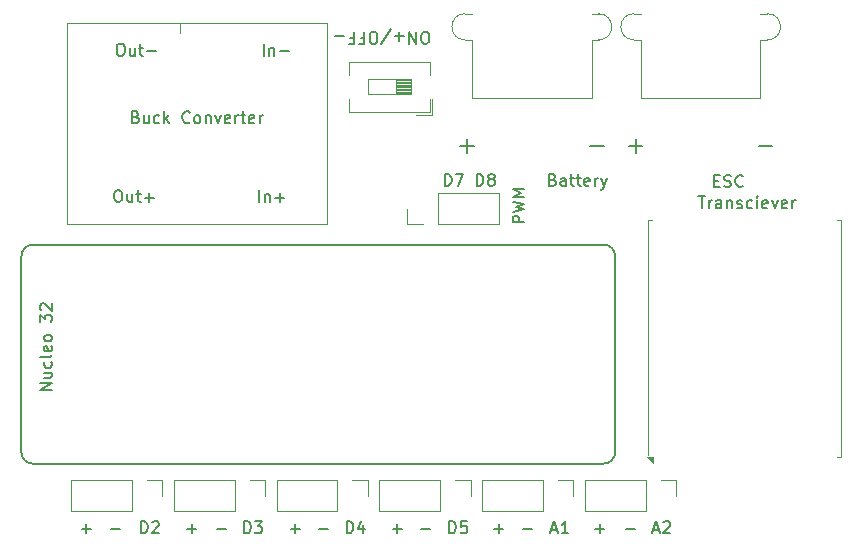
<source format=gbr>
%TF.GenerationSoftware,KiCad,Pcbnew,8.0.1*%
%TF.CreationDate,2024-07-01T13:59:26-05:00*%
%TF.ProjectId,power distribution,706f7765-7220-4646-9973-747269627574,rev?*%
%TF.SameCoordinates,Original*%
%TF.FileFunction,Legend,Top*%
%TF.FilePolarity,Positive*%
%FSLAX46Y46*%
G04 Gerber Fmt 4.6, Leading zero omitted, Abs format (unit mm)*
G04 Created by KiCad (PCBNEW 8.0.1) date 2024-07-01 13:59:26*
%MOMM*%
%LPD*%
G01*
G04 APERTURE LIST*
%ADD10C,0.150000*%
%ADD11C,0.100000*%
%ADD12C,0.120000*%
%ADD13C,0.127000*%
G04 APERTURE END LIST*
D10*
X125036779Y-109369819D02*
X125036779Y-108369819D01*
X125036779Y-108369819D02*
X125274874Y-108369819D01*
X125274874Y-108369819D02*
X125417731Y-108417438D01*
X125417731Y-108417438D02*
X125512969Y-108512676D01*
X125512969Y-108512676D02*
X125560588Y-108607914D01*
X125560588Y-108607914D02*
X125608207Y-108798390D01*
X125608207Y-108798390D02*
X125608207Y-108941247D01*
X125608207Y-108941247D02*
X125560588Y-109131723D01*
X125560588Y-109131723D02*
X125512969Y-109226961D01*
X125512969Y-109226961D02*
X125417731Y-109322200D01*
X125417731Y-109322200D02*
X125274874Y-109369819D01*
X125274874Y-109369819D02*
X125036779Y-109369819D01*
X125941541Y-108369819D02*
X126560588Y-108369819D01*
X126560588Y-108369819D02*
X126227255Y-108750771D01*
X126227255Y-108750771D02*
X126370112Y-108750771D01*
X126370112Y-108750771D02*
X126465350Y-108798390D01*
X126465350Y-108798390D02*
X126512969Y-108846009D01*
X126512969Y-108846009D02*
X126560588Y-108941247D01*
X126560588Y-108941247D02*
X126560588Y-109179342D01*
X126560588Y-109179342D02*
X126512969Y-109274580D01*
X126512969Y-109274580D02*
X126465350Y-109322200D01*
X126465350Y-109322200D02*
X126370112Y-109369819D01*
X126370112Y-109369819D02*
X126084398Y-109369819D01*
X126084398Y-109369819D02*
X125989160Y-109322200D01*
X125989160Y-109322200D02*
X125941541Y-109274580D01*
X140036779Y-108988866D02*
X140798684Y-108988866D01*
X154786779Y-108988866D02*
X155548684Y-108988866D01*
X155167731Y-109369819D02*
X155167731Y-108607914D01*
X151064160Y-109084104D02*
X151540350Y-109084104D01*
X150968922Y-109369819D02*
X151302255Y-108369819D01*
X151302255Y-108369819D02*
X151635588Y-109369819D01*
X152492731Y-109369819D02*
X151921303Y-109369819D01*
X152207017Y-109369819D02*
X152207017Y-108369819D01*
X152207017Y-108369819D02*
X152111779Y-108512676D01*
X152111779Y-108512676D02*
X152016541Y-108607914D01*
X152016541Y-108607914D02*
X151921303Y-108655533D01*
X151170112Y-79446009D02*
X151312969Y-79493628D01*
X151312969Y-79493628D02*
X151360588Y-79541247D01*
X151360588Y-79541247D02*
X151408207Y-79636485D01*
X151408207Y-79636485D02*
X151408207Y-79779342D01*
X151408207Y-79779342D02*
X151360588Y-79874580D01*
X151360588Y-79874580D02*
X151312969Y-79922200D01*
X151312969Y-79922200D02*
X151217731Y-79969819D01*
X151217731Y-79969819D02*
X150836779Y-79969819D01*
X150836779Y-79969819D02*
X150836779Y-78969819D01*
X150836779Y-78969819D02*
X151170112Y-78969819D01*
X151170112Y-78969819D02*
X151265350Y-79017438D01*
X151265350Y-79017438D02*
X151312969Y-79065057D01*
X151312969Y-79065057D02*
X151360588Y-79160295D01*
X151360588Y-79160295D02*
X151360588Y-79255533D01*
X151360588Y-79255533D02*
X151312969Y-79350771D01*
X151312969Y-79350771D02*
X151265350Y-79398390D01*
X151265350Y-79398390D02*
X151170112Y-79446009D01*
X151170112Y-79446009D02*
X150836779Y-79446009D01*
X152265350Y-79969819D02*
X152265350Y-79446009D01*
X152265350Y-79446009D02*
X152217731Y-79350771D01*
X152217731Y-79350771D02*
X152122493Y-79303152D01*
X152122493Y-79303152D02*
X151932017Y-79303152D01*
X151932017Y-79303152D02*
X151836779Y-79350771D01*
X152265350Y-79922200D02*
X152170112Y-79969819D01*
X152170112Y-79969819D02*
X151932017Y-79969819D01*
X151932017Y-79969819D02*
X151836779Y-79922200D01*
X151836779Y-79922200D02*
X151789160Y-79826961D01*
X151789160Y-79826961D02*
X151789160Y-79731723D01*
X151789160Y-79731723D02*
X151836779Y-79636485D01*
X151836779Y-79636485D02*
X151932017Y-79588866D01*
X151932017Y-79588866D02*
X152170112Y-79588866D01*
X152170112Y-79588866D02*
X152265350Y-79541247D01*
X152598684Y-79303152D02*
X152979636Y-79303152D01*
X152741541Y-78969819D02*
X152741541Y-79826961D01*
X152741541Y-79826961D02*
X152789160Y-79922200D01*
X152789160Y-79922200D02*
X152884398Y-79969819D01*
X152884398Y-79969819D02*
X152979636Y-79969819D01*
X153170113Y-79303152D02*
X153551065Y-79303152D01*
X153312970Y-78969819D02*
X153312970Y-79826961D01*
X153312970Y-79826961D02*
X153360589Y-79922200D01*
X153360589Y-79922200D02*
X153455827Y-79969819D01*
X153455827Y-79969819D02*
X153551065Y-79969819D01*
X154265351Y-79922200D02*
X154170113Y-79969819D01*
X154170113Y-79969819D02*
X153979637Y-79969819D01*
X153979637Y-79969819D02*
X153884399Y-79922200D01*
X153884399Y-79922200D02*
X153836780Y-79826961D01*
X153836780Y-79826961D02*
X153836780Y-79446009D01*
X153836780Y-79446009D02*
X153884399Y-79350771D01*
X153884399Y-79350771D02*
X153979637Y-79303152D01*
X153979637Y-79303152D02*
X154170113Y-79303152D01*
X154170113Y-79303152D02*
X154265351Y-79350771D01*
X154265351Y-79350771D02*
X154312970Y-79446009D01*
X154312970Y-79446009D02*
X154312970Y-79541247D01*
X154312970Y-79541247D02*
X153836780Y-79636485D01*
X154741542Y-79969819D02*
X154741542Y-79303152D01*
X154741542Y-79493628D02*
X154789161Y-79398390D01*
X154789161Y-79398390D02*
X154836780Y-79350771D01*
X154836780Y-79350771D02*
X154932018Y-79303152D01*
X154932018Y-79303152D02*
X155027256Y-79303152D01*
X155265352Y-79303152D02*
X155503447Y-79969819D01*
X155741542Y-79303152D02*
X155503447Y-79969819D01*
X155503447Y-79969819D02*
X155408209Y-80207914D01*
X155408209Y-80207914D02*
X155360590Y-80255533D01*
X155360590Y-80255533D02*
X155265352Y-80303152D01*
X148769819Y-83063220D02*
X147769819Y-83063220D01*
X147769819Y-83063220D02*
X147769819Y-82682268D01*
X147769819Y-82682268D02*
X147817438Y-82587030D01*
X147817438Y-82587030D02*
X147865057Y-82539411D01*
X147865057Y-82539411D02*
X147960295Y-82491792D01*
X147960295Y-82491792D02*
X148103152Y-82491792D01*
X148103152Y-82491792D02*
X148198390Y-82539411D01*
X148198390Y-82539411D02*
X148246009Y-82587030D01*
X148246009Y-82587030D02*
X148293628Y-82682268D01*
X148293628Y-82682268D02*
X148293628Y-83063220D01*
X147769819Y-82158458D02*
X148769819Y-81920363D01*
X148769819Y-81920363D02*
X148055533Y-81729887D01*
X148055533Y-81729887D02*
X148769819Y-81539411D01*
X148769819Y-81539411D02*
X147769819Y-81301316D01*
X148769819Y-80920363D02*
X147769819Y-80920363D01*
X147769819Y-80920363D02*
X148484104Y-80587030D01*
X148484104Y-80587030D02*
X147769819Y-80253697D01*
X147769819Y-80253697D02*
X148769819Y-80253697D01*
X131386779Y-108988866D02*
X132148684Y-108988866D01*
X111311779Y-108988866D02*
X112073684Y-108988866D01*
X111692731Y-109369819D02*
X111692731Y-108607914D01*
X115870112Y-74146009D02*
X116012969Y-74193628D01*
X116012969Y-74193628D02*
X116060588Y-74241247D01*
X116060588Y-74241247D02*
X116108207Y-74336485D01*
X116108207Y-74336485D02*
X116108207Y-74479342D01*
X116108207Y-74479342D02*
X116060588Y-74574580D01*
X116060588Y-74574580D02*
X116012969Y-74622200D01*
X116012969Y-74622200D02*
X115917731Y-74669819D01*
X115917731Y-74669819D02*
X115536779Y-74669819D01*
X115536779Y-74669819D02*
X115536779Y-73669819D01*
X115536779Y-73669819D02*
X115870112Y-73669819D01*
X115870112Y-73669819D02*
X115965350Y-73717438D01*
X115965350Y-73717438D02*
X116012969Y-73765057D01*
X116012969Y-73765057D02*
X116060588Y-73860295D01*
X116060588Y-73860295D02*
X116060588Y-73955533D01*
X116060588Y-73955533D02*
X116012969Y-74050771D01*
X116012969Y-74050771D02*
X115965350Y-74098390D01*
X115965350Y-74098390D02*
X115870112Y-74146009D01*
X115870112Y-74146009D02*
X115536779Y-74146009D01*
X116965350Y-74003152D02*
X116965350Y-74669819D01*
X116536779Y-74003152D02*
X116536779Y-74526961D01*
X116536779Y-74526961D02*
X116584398Y-74622200D01*
X116584398Y-74622200D02*
X116679636Y-74669819D01*
X116679636Y-74669819D02*
X116822493Y-74669819D01*
X116822493Y-74669819D02*
X116917731Y-74622200D01*
X116917731Y-74622200D02*
X116965350Y-74574580D01*
X117870112Y-74622200D02*
X117774874Y-74669819D01*
X117774874Y-74669819D02*
X117584398Y-74669819D01*
X117584398Y-74669819D02*
X117489160Y-74622200D01*
X117489160Y-74622200D02*
X117441541Y-74574580D01*
X117441541Y-74574580D02*
X117393922Y-74479342D01*
X117393922Y-74479342D02*
X117393922Y-74193628D01*
X117393922Y-74193628D02*
X117441541Y-74098390D01*
X117441541Y-74098390D02*
X117489160Y-74050771D01*
X117489160Y-74050771D02*
X117584398Y-74003152D01*
X117584398Y-74003152D02*
X117774874Y-74003152D01*
X117774874Y-74003152D02*
X117870112Y-74050771D01*
X118298684Y-74669819D02*
X118298684Y-73669819D01*
X118393922Y-74288866D02*
X118679636Y-74669819D01*
X118679636Y-74003152D02*
X118298684Y-74384104D01*
X120441541Y-74574580D02*
X120393922Y-74622200D01*
X120393922Y-74622200D02*
X120251065Y-74669819D01*
X120251065Y-74669819D02*
X120155827Y-74669819D01*
X120155827Y-74669819D02*
X120012970Y-74622200D01*
X120012970Y-74622200D02*
X119917732Y-74526961D01*
X119917732Y-74526961D02*
X119870113Y-74431723D01*
X119870113Y-74431723D02*
X119822494Y-74241247D01*
X119822494Y-74241247D02*
X119822494Y-74098390D01*
X119822494Y-74098390D02*
X119870113Y-73907914D01*
X119870113Y-73907914D02*
X119917732Y-73812676D01*
X119917732Y-73812676D02*
X120012970Y-73717438D01*
X120012970Y-73717438D02*
X120155827Y-73669819D01*
X120155827Y-73669819D02*
X120251065Y-73669819D01*
X120251065Y-73669819D02*
X120393922Y-73717438D01*
X120393922Y-73717438D02*
X120441541Y-73765057D01*
X121012970Y-74669819D02*
X120917732Y-74622200D01*
X120917732Y-74622200D02*
X120870113Y-74574580D01*
X120870113Y-74574580D02*
X120822494Y-74479342D01*
X120822494Y-74479342D02*
X120822494Y-74193628D01*
X120822494Y-74193628D02*
X120870113Y-74098390D01*
X120870113Y-74098390D02*
X120917732Y-74050771D01*
X120917732Y-74050771D02*
X121012970Y-74003152D01*
X121012970Y-74003152D02*
X121155827Y-74003152D01*
X121155827Y-74003152D02*
X121251065Y-74050771D01*
X121251065Y-74050771D02*
X121298684Y-74098390D01*
X121298684Y-74098390D02*
X121346303Y-74193628D01*
X121346303Y-74193628D02*
X121346303Y-74479342D01*
X121346303Y-74479342D02*
X121298684Y-74574580D01*
X121298684Y-74574580D02*
X121251065Y-74622200D01*
X121251065Y-74622200D02*
X121155827Y-74669819D01*
X121155827Y-74669819D02*
X121012970Y-74669819D01*
X121774875Y-74003152D02*
X121774875Y-74669819D01*
X121774875Y-74098390D02*
X121822494Y-74050771D01*
X121822494Y-74050771D02*
X121917732Y-74003152D01*
X121917732Y-74003152D02*
X122060589Y-74003152D01*
X122060589Y-74003152D02*
X122155827Y-74050771D01*
X122155827Y-74050771D02*
X122203446Y-74146009D01*
X122203446Y-74146009D02*
X122203446Y-74669819D01*
X122584399Y-74003152D02*
X122822494Y-74669819D01*
X122822494Y-74669819D02*
X123060589Y-74003152D01*
X123822494Y-74622200D02*
X123727256Y-74669819D01*
X123727256Y-74669819D02*
X123536780Y-74669819D01*
X123536780Y-74669819D02*
X123441542Y-74622200D01*
X123441542Y-74622200D02*
X123393923Y-74526961D01*
X123393923Y-74526961D02*
X123393923Y-74146009D01*
X123393923Y-74146009D02*
X123441542Y-74050771D01*
X123441542Y-74050771D02*
X123536780Y-74003152D01*
X123536780Y-74003152D02*
X123727256Y-74003152D01*
X123727256Y-74003152D02*
X123822494Y-74050771D01*
X123822494Y-74050771D02*
X123870113Y-74146009D01*
X123870113Y-74146009D02*
X123870113Y-74241247D01*
X123870113Y-74241247D02*
X123393923Y-74336485D01*
X124298685Y-74669819D02*
X124298685Y-74003152D01*
X124298685Y-74193628D02*
X124346304Y-74098390D01*
X124346304Y-74098390D02*
X124393923Y-74050771D01*
X124393923Y-74050771D02*
X124489161Y-74003152D01*
X124489161Y-74003152D02*
X124584399Y-74003152D01*
X124774876Y-74003152D02*
X125155828Y-74003152D01*
X124917733Y-73669819D02*
X124917733Y-74526961D01*
X124917733Y-74526961D02*
X124965352Y-74622200D01*
X124965352Y-74622200D02*
X125060590Y-74669819D01*
X125060590Y-74669819D02*
X125155828Y-74669819D01*
X125870114Y-74622200D02*
X125774876Y-74669819D01*
X125774876Y-74669819D02*
X125584400Y-74669819D01*
X125584400Y-74669819D02*
X125489162Y-74622200D01*
X125489162Y-74622200D02*
X125441543Y-74526961D01*
X125441543Y-74526961D02*
X125441543Y-74146009D01*
X125441543Y-74146009D02*
X125489162Y-74050771D01*
X125489162Y-74050771D02*
X125584400Y-74003152D01*
X125584400Y-74003152D02*
X125774876Y-74003152D01*
X125774876Y-74003152D02*
X125870114Y-74050771D01*
X125870114Y-74050771D02*
X125917733Y-74146009D01*
X125917733Y-74146009D02*
X125917733Y-74241247D01*
X125917733Y-74241247D02*
X125441543Y-74336485D01*
X126346305Y-74669819D02*
X126346305Y-74003152D01*
X126346305Y-74193628D02*
X126393924Y-74098390D01*
X126393924Y-74098390D02*
X126441543Y-74050771D01*
X126441543Y-74050771D02*
X126536781Y-74003152D01*
X126536781Y-74003152D02*
X126632019Y-74003152D01*
X116311779Y-109369819D02*
X116311779Y-108369819D01*
X116311779Y-108369819D02*
X116549874Y-108369819D01*
X116549874Y-108369819D02*
X116692731Y-108417438D01*
X116692731Y-108417438D02*
X116787969Y-108512676D01*
X116787969Y-108512676D02*
X116835588Y-108607914D01*
X116835588Y-108607914D02*
X116883207Y-108798390D01*
X116883207Y-108798390D02*
X116883207Y-108941247D01*
X116883207Y-108941247D02*
X116835588Y-109131723D01*
X116835588Y-109131723D02*
X116787969Y-109226961D01*
X116787969Y-109226961D02*
X116692731Y-109322200D01*
X116692731Y-109322200D02*
X116549874Y-109369819D01*
X116549874Y-109369819D02*
X116311779Y-109369819D01*
X117264160Y-108465057D02*
X117311779Y-108417438D01*
X117311779Y-108417438D02*
X117407017Y-108369819D01*
X117407017Y-108369819D02*
X117645112Y-108369819D01*
X117645112Y-108369819D02*
X117740350Y-108417438D01*
X117740350Y-108417438D02*
X117787969Y-108465057D01*
X117787969Y-108465057D02*
X117835588Y-108560295D01*
X117835588Y-108560295D02*
X117835588Y-108655533D01*
X117835588Y-108655533D02*
X117787969Y-108798390D01*
X117787969Y-108798390D02*
X117216541Y-109369819D01*
X117216541Y-109369819D02*
X117835588Y-109369819D01*
X137611779Y-108988866D02*
X138373684Y-108988866D01*
X137992731Y-109369819D02*
X137992731Y-108607914D01*
X142036779Y-79959875D02*
X142036779Y-78959875D01*
X142036779Y-78959875D02*
X142274874Y-78959875D01*
X142274874Y-78959875D02*
X142417731Y-79007494D01*
X142417731Y-79007494D02*
X142512969Y-79102732D01*
X142512969Y-79102732D02*
X142560588Y-79197970D01*
X142560588Y-79197970D02*
X142608207Y-79388446D01*
X142608207Y-79388446D02*
X142608207Y-79531303D01*
X142608207Y-79531303D02*
X142560588Y-79721779D01*
X142560588Y-79721779D02*
X142512969Y-79817017D01*
X142512969Y-79817017D02*
X142417731Y-79912256D01*
X142417731Y-79912256D02*
X142274874Y-79959875D01*
X142274874Y-79959875D02*
X142036779Y-79959875D01*
X142941541Y-78959875D02*
X143608207Y-78959875D01*
X143608207Y-78959875D02*
X143179636Y-79959875D01*
X148636779Y-108988866D02*
X149398684Y-108988866D01*
X113811779Y-108988866D02*
X114573684Y-108988866D01*
X146236779Y-108988866D02*
X146998684Y-108988866D01*
X146617731Y-109369819D02*
X146617731Y-108607914D01*
X122711779Y-108988866D02*
X123473684Y-108988866D01*
X159689160Y-109084104D02*
X160165350Y-109084104D01*
X159593922Y-109369819D02*
X159927255Y-108369819D01*
X159927255Y-108369819D02*
X160260588Y-109369819D01*
X160546303Y-108465057D02*
X160593922Y-108417438D01*
X160593922Y-108417438D02*
X160689160Y-108369819D01*
X160689160Y-108369819D02*
X160927255Y-108369819D01*
X160927255Y-108369819D02*
X161022493Y-108417438D01*
X161022493Y-108417438D02*
X161070112Y-108465057D01*
X161070112Y-108465057D02*
X161117731Y-108560295D01*
X161117731Y-108560295D02*
X161117731Y-108655533D01*
X161117731Y-108655533D02*
X161070112Y-108798390D01*
X161070112Y-108798390D02*
X160498684Y-109369819D01*
X160498684Y-109369819D02*
X161117731Y-109369819D01*
X164836779Y-79546009D02*
X165170112Y-79546009D01*
X165312969Y-80069819D02*
X164836779Y-80069819D01*
X164836779Y-80069819D02*
X164836779Y-79069819D01*
X164836779Y-79069819D02*
X165312969Y-79069819D01*
X165693922Y-80022200D02*
X165836779Y-80069819D01*
X165836779Y-80069819D02*
X166074874Y-80069819D01*
X166074874Y-80069819D02*
X166170112Y-80022200D01*
X166170112Y-80022200D02*
X166217731Y-79974580D01*
X166217731Y-79974580D02*
X166265350Y-79879342D01*
X166265350Y-79879342D02*
X166265350Y-79784104D01*
X166265350Y-79784104D02*
X166217731Y-79688866D01*
X166217731Y-79688866D02*
X166170112Y-79641247D01*
X166170112Y-79641247D02*
X166074874Y-79593628D01*
X166074874Y-79593628D02*
X165884398Y-79546009D01*
X165884398Y-79546009D02*
X165789160Y-79498390D01*
X165789160Y-79498390D02*
X165741541Y-79450771D01*
X165741541Y-79450771D02*
X165693922Y-79355533D01*
X165693922Y-79355533D02*
X165693922Y-79260295D01*
X165693922Y-79260295D02*
X165741541Y-79165057D01*
X165741541Y-79165057D02*
X165789160Y-79117438D01*
X165789160Y-79117438D02*
X165884398Y-79069819D01*
X165884398Y-79069819D02*
X166122493Y-79069819D01*
X166122493Y-79069819D02*
X166265350Y-79117438D01*
X167265350Y-79974580D02*
X167217731Y-80022200D01*
X167217731Y-80022200D02*
X167074874Y-80069819D01*
X167074874Y-80069819D02*
X166979636Y-80069819D01*
X166979636Y-80069819D02*
X166836779Y-80022200D01*
X166836779Y-80022200D02*
X166741541Y-79926961D01*
X166741541Y-79926961D02*
X166693922Y-79831723D01*
X166693922Y-79831723D02*
X166646303Y-79641247D01*
X166646303Y-79641247D02*
X166646303Y-79498390D01*
X166646303Y-79498390D02*
X166693922Y-79307914D01*
X166693922Y-79307914D02*
X166741541Y-79212676D01*
X166741541Y-79212676D02*
X166836779Y-79117438D01*
X166836779Y-79117438D02*
X166979636Y-79069819D01*
X166979636Y-79069819D02*
X167074874Y-79069819D01*
X167074874Y-79069819D02*
X167217731Y-79117438D01*
X167217731Y-79117438D02*
X167265350Y-79165057D01*
X144736779Y-79969819D02*
X144736779Y-78969819D01*
X144736779Y-78969819D02*
X144974874Y-78969819D01*
X144974874Y-78969819D02*
X145117731Y-79017438D01*
X145117731Y-79017438D02*
X145212969Y-79112676D01*
X145212969Y-79112676D02*
X145260588Y-79207914D01*
X145260588Y-79207914D02*
X145308207Y-79398390D01*
X145308207Y-79398390D02*
X145308207Y-79541247D01*
X145308207Y-79541247D02*
X145260588Y-79731723D01*
X145260588Y-79731723D02*
X145212969Y-79826961D01*
X145212969Y-79826961D02*
X145117731Y-79922200D01*
X145117731Y-79922200D02*
X144974874Y-79969819D01*
X144974874Y-79969819D02*
X144736779Y-79969819D01*
X145879636Y-79398390D02*
X145784398Y-79350771D01*
X145784398Y-79350771D02*
X145736779Y-79303152D01*
X145736779Y-79303152D02*
X145689160Y-79207914D01*
X145689160Y-79207914D02*
X145689160Y-79160295D01*
X145689160Y-79160295D02*
X145736779Y-79065057D01*
X145736779Y-79065057D02*
X145784398Y-79017438D01*
X145784398Y-79017438D02*
X145879636Y-78969819D01*
X145879636Y-78969819D02*
X146070112Y-78969819D01*
X146070112Y-78969819D02*
X146165350Y-79017438D01*
X146165350Y-79017438D02*
X146212969Y-79065057D01*
X146212969Y-79065057D02*
X146260588Y-79160295D01*
X146260588Y-79160295D02*
X146260588Y-79207914D01*
X146260588Y-79207914D02*
X146212969Y-79303152D01*
X146212969Y-79303152D02*
X146165350Y-79350771D01*
X146165350Y-79350771D02*
X146070112Y-79398390D01*
X146070112Y-79398390D02*
X145879636Y-79398390D01*
X145879636Y-79398390D02*
X145784398Y-79446009D01*
X145784398Y-79446009D02*
X145736779Y-79493628D01*
X145736779Y-79493628D02*
X145689160Y-79588866D01*
X145689160Y-79588866D02*
X145689160Y-79779342D01*
X145689160Y-79779342D02*
X145736779Y-79874580D01*
X145736779Y-79874580D02*
X145784398Y-79922200D01*
X145784398Y-79922200D02*
X145879636Y-79969819D01*
X145879636Y-79969819D02*
X146070112Y-79969819D01*
X146070112Y-79969819D02*
X146165350Y-79922200D01*
X146165350Y-79922200D02*
X146212969Y-79874580D01*
X146212969Y-79874580D02*
X146260588Y-79779342D01*
X146260588Y-79779342D02*
X146260588Y-79588866D01*
X146260588Y-79588866D02*
X146212969Y-79493628D01*
X146212969Y-79493628D02*
X146165350Y-79446009D01*
X146165350Y-79446009D02*
X146070112Y-79398390D01*
X163493922Y-80869819D02*
X164065350Y-80869819D01*
X163779636Y-81869819D02*
X163779636Y-80869819D01*
X164398684Y-81869819D02*
X164398684Y-81203152D01*
X164398684Y-81393628D02*
X164446303Y-81298390D01*
X164446303Y-81298390D02*
X164493922Y-81250771D01*
X164493922Y-81250771D02*
X164589160Y-81203152D01*
X164589160Y-81203152D02*
X164684398Y-81203152D01*
X165446303Y-81869819D02*
X165446303Y-81346009D01*
X165446303Y-81346009D02*
X165398684Y-81250771D01*
X165398684Y-81250771D02*
X165303446Y-81203152D01*
X165303446Y-81203152D02*
X165112970Y-81203152D01*
X165112970Y-81203152D02*
X165017732Y-81250771D01*
X165446303Y-81822200D02*
X165351065Y-81869819D01*
X165351065Y-81869819D02*
X165112970Y-81869819D01*
X165112970Y-81869819D02*
X165017732Y-81822200D01*
X165017732Y-81822200D02*
X164970113Y-81726961D01*
X164970113Y-81726961D02*
X164970113Y-81631723D01*
X164970113Y-81631723D02*
X165017732Y-81536485D01*
X165017732Y-81536485D02*
X165112970Y-81488866D01*
X165112970Y-81488866D02*
X165351065Y-81488866D01*
X165351065Y-81488866D02*
X165446303Y-81441247D01*
X165922494Y-81203152D02*
X165922494Y-81869819D01*
X165922494Y-81298390D02*
X165970113Y-81250771D01*
X165970113Y-81250771D02*
X166065351Y-81203152D01*
X166065351Y-81203152D02*
X166208208Y-81203152D01*
X166208208Y-81203152D02*
X166303446Y-81250771D01*
X166303446Y-81250771D02*
X166351065Y-81346009D01*
X166351065Y-81346009D02*
X166351065Y-81869819D01*
X166779637Y-81822200D02*
X166874875Y-81869819D01*
X166874875Y-81869819D02*
X167065351Y-81869819D01*
X167065351Y-81869819D02*
X167160589Y-81822200D01*
X167160589Y-81822200D02*
X167208208Y-81726961D01*
X167208208Y-81726961D02*
X167208208Y-81679342D01*
X167208208Y-81679342D02*
X167160589Y-81584104D01*
X167160589Y-81584104D02*
X167065351Y-81536485D01*
X167065351Y-81536485D02*
X166922494Y-81536485D01*
X166922494Y-81536485D02*
X166827256Y-81488866D01*
X166827256Y-81488866D02*
X166779637Y-81393628D01*
X166779637Y-81393628D02*
X166779637Y-81346009D01*
X166779637Y-81346009D02*
X166827256Y-81250771D01*
X166827256Y-81250771D02*
X166922494Y-81203152D01*
X166922494Y-81203152D02*
X167065351Y-81203152D01*
X167065351Y-81203152D02*
X167160589Y-81250771D01*
X168065351Y-81822200D02*
X167970113Y-81869819D01*
X167970113Y-81869819D02*
X167779637Y-81869819D01*
X167779637Y-81869819D02*
X167684399Y-81822200D01*
X167684399Y-81822200D02*
X167636780Y-81774580D01*
X167636780Y-81774580D02*
X167589161Y-81679342D01*
X167589161Y-81679342D02*
X167589161Y-81393628D01*
X167589161Y-81393628D02*
X167636780Y-81298390D01*
X167636780Y-81298390D02*
X167684399Y-81250771D01*
X167684399Y-81250771D02*
X167779637Y-81203152D01*
X167779637Y-81203152D02*
X167970113Y-81203152D01*
X167970113Y-81203152D02*
X168065351Y-81250771D01*
X168493923Y-81869819D02*
X168493923Y-81203152D01*
X168493923Y-80869819D02*
X168446304Y-80917438D01*
X168446304Y-80917438D02*
X168493923Y-80965057D01*
X168493923Y-80965057D02*
X168541542Y-80917438D01*
X168541542Y-80917438D02*
X168493923Y-80869819D01*
X168493923Y-80869819D02*
X168493923Y-80965057D01*
X169351065Y-81822200D02*
X169255827Y-81869819D01*
X169255827Y-81869819D02*
X169065351Y-81869819D01*
X169065351Y-81869819D02*
X168970113Y-81822200D01*
X168970113Y-81822200D02*
X168922494Y-81726961D01*
X168922494Y-81726961D02*
X168922494Y-81346009D01*
X168922494Y-81346009D02*
X168970113Y-81250771D01*
X168970113Y-81250771D02*
X169065351Y-81203152D01*
X169065351Y-81203152D02*
X169255827Y-81203152D01*
X169255827Y-81203152D02*
X169351065Y-81250771D01*
X169351065Y-81250771D02*
X169398684Y-81346009D01*
X169398684Y-81346009D02*
X169398684Y-81441247D01*
X169398684Y-81441247D02*
X168922494Y-81536485D01*
X169732018Y-81203152D02*
X169970113Y-81869819D01*
X169970113Y-81869819D02*
X170208208Y-81203152D01*
X170970113Y-81822200D02*
X170874875Y-81869819D01*
X170874875Y-81869819D02*
X170684399Y-81869819D01*
X170684399Y-81869819D02*
X170589161Y-81822200D01*
X170589161Y-81822200D02*
X170541542Y-81726961D01*
X170541542Y-81726961D02*
X170541542Y-81346009D01*
X170541542Y-81346009D02*
X170589161Y-81250771D01*
X170589161Y-81250771D02*
X170684399Y-81203152D01*
X170684399Y-81203152D02*
X170874875Y-81203152D01*
X170874875Y-81203152D02*
X170970113Y-81250771D01*
X170970113Y-81250771D02*
X171017732Y-81346009D01*
X171017732Y-81346009D02*
X171017732Y-81441247D01*
X171017732Y-81441247D02*
X170541542Y-81536485D01*
X171446304Y-81869819D02*
X171446304Y-81203152D01*
X171446304Y-81393628D02*
X171493923Y-81298390D01*
X171493923Y-81298390D02*
X171541542Y-81250771D01*
X171541542Y-81250771D02*
X171636780Y-81203152D01*
X171636780Y-81203152D02*
X171732018Y-81203152D01*
X129011779Y-108988866D02*
X129773684Y-108988866D01*
X129392731Y-109369819D02*
X129392731Y-108607914D01*
X157386779Y-108988866D02*
X158148684Y-108988866D01*
X140472744Y-67930180D02*
X140282268Y-67930180D01*
X140282268Y-67930180D02*
X140187030Y-67882561D01*
X140187030Y-67882561D02*
X140091792Y-67787323D01*
X140091792Y-67787323D02*
X140044173Y-67596847D01*
X140044173Y-67596847D02*
X140044173Y-67263514D01*
X140044173Y-67263514D02*
X140091792Y-67073038D01*
X140091792Y-67073038D02*
X140187030Y-66977800D01*
X140187030Y-66977800D02*
X140282268Y-66930180D01*
X140282268Y-66930180D02*
X140472744Y-66930180D01*
X140472744Y-66930180D02*
X140567982Y-66977800D01*
X140567982Y-66977800D02*
X140663220Y-67073038D01*
X140663220Y-67073038D02*
X140710839Y-67263514D01*
X140710839Y-67263514D02*
X140710839Y-67596847D01*
X140710839Y-67596847D02*
X140663220Y-67787323D01*
X140663220Y-67787323D02*
X140567982Y-67882561D01*
X140567982Y-67882561D02*
X140472744Y-67930180D01*
X139615601Y-66930180D02*
X139615601Y-67930180D01*
X139615601Y-67930180D02*
X139044173Y-66930180D01*
X139044173Y-66930180D02*
X139044173Y-67930180D01*
X138567982Y-67311133D02*
X137806078Y-67311133D01*
X138187030Y-66930180D02*
X138187030Y-67692085D01*
X136615602Y-67977800D02*
X137472744Y-66692085D01*
X136091792Y-67930180D02*
X135901316Y-67930180D01*
X135901316Y-67930180D02*
X135806078Y-67882561D01*
X135806078Y-67882561D02*
X135710840Y-67787323D01*
X135710840Y-67787323D02*
X135663221Y-67596847D01*
X135663221Y-67596847D02*
X135663221Y-67263514D01*
X135663221Y-67263514D02*
X135710840Y-67073038D01*
X135710840Y-67073038D02*
X135806078Y-66977800D01*
X135806078Y-66977800D02*
X135901316Y-66930180D01*
X135901316Y-66930180D02*
X136091792Y-66930180D01*
X136091792Y-66930180D02*
X136187030Y-66977800D01*
X136187030Y-66977800D02*
X136282268Y-67073038D01*
X136282268Y-67073038D02*
X136329887Y-67263514D01*
X136329887Y-67263514D02*
X136329887Y-67596847D01*
X136329887Y-67596847D02*
X136282268Y-67787323D01*
X136282268Y-67787323D02*
X136187030Y-67882561D01*
X136187030Y-67882561D02*
X136091792Y-67930180D01*
X134901316Y-67453990D02*
X135234649Y-67453990D01*
X135234649Y-66930180D02*
X135234649Y-67930180D01*
X135234649Y-67930180D02*
X134758459Y-67930180D01*
X134044173Y-67453990D02*
X134377506Y-67453990D01*
X134377506Y-66930180D02*
X134377506Y-67930180D01*
X134377506Y-67930180D02*
X133901316Y-67930180D01*
X133520363Y-67311133D02*
X132758459Y-67311133D01*
X133711779Y-109369819D02*
X133711779Y-108369819D01*
X133711779Y-108369819D02*
X133949874Y-108369819D01*
X133949874Y-108369819D02*
X134092731Y-108417438D01*
X134092731Y-108417438D02*
X134187969Y-108512676D01*
X134187969Y-108512676D02*
X134235588Y-108607914D01*
X134235588Y-108607914D02*
X134283207Y-108798390D01*
X134283207Y-108798390D02*
X134283207Y-108941247D01*
X134283207Y-108941247D02*
X134235588Y-109131723D01*
X134235588Y-109131723D02*
X134187969Y-109226961D01*
X134187969Y-109226961D02*
X134092731Y-109322200D01*
X134092731Y-109322200D02*
X133949874Y-109369819D01*
X133949874Y-109369819D02*
X133711779Y-109369819D01*
X135140350Y-108703152D02*
X135140350Y-109369819D01*
X134902255Y-108322200D02*
X134664160Y-109036485D01*
X134664160Y-109036485D02*
X135283207Y-109036485D01*
X120211779Y-108988866D02*
X120973684Y-108988866D01*
X120592731Y-109369819D02*
X120592731Y-108607914D01*
X108769819Y-97263220D02*
X107769819Y-97263220D01*
X107769819Y-97263220D02*
X108769819Y-96691792D01*
X108769819Y-96691792D02*
X107769819Y-96691792D01*
X108103152Y-95787030D02*
X108769819Y-95787030D01*
X108103152Y-96215601D02*
X108626961Y-96215601D01*
X108626961Y-96215601D02*
X108722200Y-96167982D01*
X108722200Y-96167982D02*
X108769819Y-96072744D01*
X108769819Y-96072744D02*
X108769819Y-95929887D01*
X108769819Y-95929887D02*
X108722200Y-95834649D01*
X108722200Y-95834649D02*
X108674580Y-95787030D01*
X108722200Y-94882268D02*
X108769819Y-94977506D01*
X108769819Y-94977506D02*
X108769819Y-95167982D01*
X108769819Y-95167982D02*
X108722200Y-95263220D01*
X108722200Y-95263220D02*
X108674580Y-95310839D01*
X108674580Y-95310839D02*
X108579342Y-95358458D01*
X108579342Y-95358458D02*
X108293628Y-95358458D01*
X108293628Y-95358458D02*
X108198390Y-95310839D01*
X108198390Y-95310839D02*
X108150771Y-95263220D01*
X108150771Y-95263220D02*
X108103152Y-95167982D01*
X108103152Y-95167982D02*
X108103152Y-94977506D01*
X108103152Y-94977506D02*
X108150771Y-94882268D01*
X108769819Y-94310839D02*
X108722200Y-94406077D01*
X108722200Y-94406077D02*
X108626961Y-94453696D01*
X108626961Y-94453696D02*
X107769819Y-94453696D01*
X108722200Y-93548934D02*
X108769819Y-93644172D01*
X108769819Y-93644172D02*
X108769819Y-93834648D01*
X108769819Y-93834648D02*
X108722200Y-93929886D01*
X108722200Y-93929886D02*
X108626961Y-93977505D01*
X108626961Y-93977505D02*
X108246009Y-93977505D01*
X108246009Y-93977505D02*
X108150771Y-93929886D01*
X108150771Y-93929886D02*
X108103152Y-93834648D01*
X108103152Y-93834648D02*
X108103152Y-93644172D01*
X108103152Y-93644172D02*
X108150771Y-93548934D01*
X108150771Y-93548934D02*
X108246009Y-93501315D01*
X108246009Y-93501315D02*
X108341247Y-93501315D01*
X108341247Y-93501315D02*
X108436485Y-93977505D01*
X108769819Y-92929886D02*
X108722200Y-93025124D01*
X108722200Y-93025124D02*
X108674580Y-93072743D01*
X108674580Y-93072743D02*
X108579342Y-93120362D01*
X108579342Y-93120362D02*
X108293628Y-93120362D01*
X108293628Y-93120362D02*
X108198390Y-93072743D01*
X108198390Y-93072743D02*
X108150771Y-93025124D01*
X108150771Y-93025124D02*
X108103152Y-92929886D01*
X108103152Y-92929886D02*
X108103152Y-92787029D01*
X108103152Y-92787029D02*
X108150771Y-92691791D01*
X108150771Y-92691791D02*
X108198390Y-92644172D01*
X108198390Y-92644172D02*
X108293628Y-92596553D01*
X108293628Y-92596553D02*
X108579342Y-92596553D01*
X108579342Y-92596553D02*
X108674580Y-92644172D01*
X108674580Y-92644172D02*
X108722200Y-92691791D01*
X108722200Y-92691791D02*
X108769819Y-92787029D01*
X108769819Y-92787029D02*
X108769819Y-92929886D01*
X107769819Y-91501314D02*
X107769819Y-90882267D01*
X107769819Y-90882267D02*
X108150771Y-91215600D01*
X108150771Y-91215600D02*
X108150771Y-91072743D01*
X108150771Y-91072743D02*
X108198390Y-90977505D01*
X108198390Y-90977505D02*
X108246009Y-90929886D01*
X108246009Y-90929886D02*
X108341247Y-90882267D01*
X108341247Y-90882267D02*
X108579342Y-90882267D01*
X108579342Y-90882267D02*
X108674580Y-90929886D01*
X108674580Y-90929886D02*
X108722200Y-90977505D01*
X108722200Y-90977505D02*
X108769819Y-91072743D01*
X108769819Y-91072743D02*
X108769819Y-91358457D01*
X108769819Y-91358457D02*
X108722200Y-91453695D01*
X108722200Y-91453695D02*
X108674580Y-91501314D01*
X107865057Y-90501314D02*
X107817438Y-90453695D01*
X107817438Y-90453695D02*
X107769819Y-90358457D01*
X107769819Y-90358457D02*
X107769819Y-90120362D01*
X107769819Y-90120362D02*
X107817438Y-90025124D01*
X107817438Y-90025124D02*
X107865057Y-89977505D01*
X107865057Y-89977505D02*
X107960295Y-89929886D01*
X107960295Y-89929886D02*
X108055533Y-89929886D01*
X108055533Y-89929886D02*
X108198390Y-89977505D01*
X108198390Y-89977505D02*
X108769819Y-90548933D01*
X108769819Y-90548933D02*
X108769819Y-89929886D01*
X142411779Y-109369819D02*
X142411779Y-108369819D01*
X142411779Y-108369819D02*
X142649874Y-108369819D01*
X142649874Y-108369819D02*
X142792731Y-108417438D01*
X142792731Y-108417438D02*
X142887969Y-108512676D01*
X142887969Y-108512676D02*
X142935588Y-108607914D01*
X142935588Y-108607914D02*
X142983207Y-108798390D01*
X142983207Y-108798390D02*
X142983207Y-108941247D01*
X142983207Y-108941247D02*
X142935588Y-109131723D01*
X142935588Y-109131723D02*
X142887969Y-109226961D01*
X142887969Y-109226961D02*
X142792731Y-109322200D01*
X142792731Y-109322200D02*
X142649874Y-109369819D01*
X142649874Y-109369819D02*
X142411779Y-109369819D01*
X143887969Y-108369819D02*
X143411779Y-108369819D01*
X143411779Y-108369819D02*
X143364160Y-108846009D01*
X143364160Y-108846009D02*
X143411779Y-108798390D01*
X143411779Y-108798390D02*
X143507017Y-108750771D01*
X143507017Y-108750771D02*
X143745112Y-108750771D01*
X143745112Y-108750771D02*
X143840350Y-108798390D01*
X143840350Y-108798390D02*
X143887969Y-108846009D01*
X143887969Y-108846009D02*
X143935588Y-108941247D01*
X143935588Y-108941247D02*
X143935588Y-109179342D01*
X143935588Y-109179342D02*
X143887969Y-109274580D01*
X143887969Y-109274580D02*
X143840350Y-109322200D01*
X143840350Y-109322200D02*
X143745112Y-109369819D01*
X143745112Y-109369819D02*
X143507017Y-109369819D01*
X143507017Y-109369819D02*
X143411779Y-109322200D01*
X143411779Y-109322200D02*
X143364160Y-109274580D01*
X114287255Y-80339819D02*
X114477731Y-80339819D01*
X114477731Y-80339819D02*
X114572969Y-80387438D01*
X114572969Y-80387438D02*
X114668207Y-80482676D01*
X114668207Y-80482676D02*
X114715826Y-80673152D01*
X114715826Y-80673152D02*
X114715826Y-81006485D01*
X114715826Y-81006485D02*
X114668207Y-81196961D01*
X114668207Y-81196961D02*
X114572969Y-81292200D01*
X114572969Y-81292200D02*
X114477731Y-81339819D01*
X114477731Y-81339819D02*
X114287255Y-81339819D01*
X114287255Y-81339819D02*
X114192017Y-81292200D01*
X114192017Y-81292200D02*
X114096779Y-81196961D01*
X114096779Y-81196961D02*
X114049160Y-81006485D01*
X114049160Y-81006485D02*
X114049160Y-80673152D01*
X114049160Y-80673152D02*
X114096779Y-80482676D01*
X114096779Y-80482676D02*
X114192017Y-80387438D01*
X114192017Y-80387438D02*
X114287255Y-80339819D01*
X115572969Y-80673152D02*
X115572969Y-81339819D01*
X115144398Y-80673152D02*
X115144398Y-81196961D01*
X115144398Y-81196961D02*
X115192017Y-81292200D01*
X115192017Y-81292200D02*
X115287255Y-81339819D01*
X115287255Y-81339819D02*
X115430112Y-81339819D01*
X115430112Y-81339819D02*
X115525350Y-81292200D01*
X115525350Y-81292200D02*
X115572969Y-81244580D01*
X115906303Y-80673152D02*
X116287255Y-80673152D01*
X116049160Y-80339819D02*
X116049160Y-81196961D01*
X116049160Y-81196961D02*
X116096779Y-81292200D01*
X116096779Y-81292200D02*
X116192017Y-81339819D01*
X116192017Y-81339819D02*
X116287255Y-81339819D01*
X116620589Y-80958866D02*
X117382494Y-80958866D01*
X117001541Y-81339819D02*
X117001541Y-80577914D01*
X114487255Y-67939819D02*
X114677731Y-67939819D01*
X114677731Y-67939819D02*
X114772969Y-67987438D01*
X114772969Y-67987438D02*
X114868207Y-68082676D01*
X114868207Y-68082676D02*
X114915826Y-68273152D01*
X114915826Y-68273152D02*
X114915826Y-68606485D01*
X114915826Y-68606485D02*
X114868207Y-68796961D01*
X114868207Y-68796961D02*
X114772969Y-68892200D01*
X114772969Y-68892200D02*
X114677731Y-68939819D01*
X114677731Y-68939819D02*
X114487255Y-68939819D01*
X114487255Y-68939819D02*
X114392017Y-68892200D01*
X114392017Y-68892200D02*
X114296779Y-68796961D01*
X114296779Y-68796961D02*
X114249160Y-68606485D01*
X114249160Y-68606485D02*
X114249160Y-68273152D01*
X114249160Y-68273152D02*
X114296779Y-68082676D01*
X114296779Y-68082676D02*
X114392017Y-67987438D01*
X114392017Y-67987438D02*
X114487255Y-67939819D01*
X115772969Y-68273152D02*
X115772969Y-68939819D01*
X115344398Y-68273152D02*
X115344398Y-68796961D01*
X115344398Y-68796961D02*
X115392017Y-68892200D01*
X115392017Y-68892200D02*
X115487255Y-68939819D01*
X115487255Y-68939819D02*
X115630112Y-68939819D01*
X115630112Y-68939819D02*
X115725350Y-68892200D01*
X115725350Y-68892200D02*
X115772969Y-68844580D01*
X116106303Y-68273152D02*
X116487255Y-68273152D01*
X116249160Y-67939819D02*
X116249160Y-68796961D01*
X116249160Y-68796961D02*
X116296779Y-68892200D01*
X116296779Y-68892200D02*
X116392017Y-68939819D01*
X116392017Y-68939819D02*
X116487255Y-68939819D01*
X116820589Y-68558866D02*
X117582494Y-68558866D01*
X126696779Y-68939819D02*
X126696779Y-67939819D01*
X127172969Y-68273152D02*
X127172969Y-68939819D01*
X127172969Y-68368390D02*
X127220588Y-68320771D01*
X127220588Y-68320771D02*
X127315826Y-68273152D01*
X127315826Y-68273152D02*
X127458683Y-68273152D01*
X127458683Y-68273152D02*
X127553921Y-68320771D01*
X127553921Y-68320771D02*
X127601540Y-68416009D01*
X127601540Y-68416009D02*
X127601540Y-68939819D01*
X128077731Y-68558866D02*
X128839636Y-68558866D01*
X126296779Y-81339819D02*
X126296779Y-80339819D01*
X126772969Y-80673152D02*
X126772969Y-81339819D01*
X126772969Y-80768390D02*
X126820588Y-80720771D01*
X126820588Y-80720771D02*
X126915826Y-80673152D01*
X126915826Y-80673152D02*
X127058683Y-80673152D01*
X127058683Y-80673152D02*
X127153921Y-80720771D01*
X127153921Y-80720771D02*
X127201540Y-80816009D01*
X127201540Y-80816009D02*
X127201540Y-81339819D01*
X127677731Y-80958866D02*
X128439636Y-80958866D01*
X128058683Y-81339819D02*
X128058683Y-80577914D01*
X143328571Y-76614700D02*
X144471429Y-76614700D01*
X143900000Y-77186128D02*
X143900000Y-76043271D01*
X154328571Y-76614700D02*
X155471429Y-76614700D01*
X168628571Y-76614700D02*
X169771429Y-76614700D01*
X157628571Y-76614700D02*
X158771429Y-76614700D01*
X158200000Y-77186128D02*
X158200000Y-76043271D01*
%TO.C,U1*%
D11*
X110080000Y-66160000D02*
X132080000Y-66160000D01*
X132080000Y-83160000D01*
X110080000Y-83160000D01*
X110080000Y-66160000D01*
X119580000Y-66160000D02*
X119580000Y-67035000D01*
X119580000Y-66160000D01*
D12*
%TO.C,J8*%
X153890000Y-104870000D02*
X153890000Y-107530000D01*
X159030000Y-104870000D02*
X153890000Y-104870000D01*
X159030000Y-104870000D02*
X159030000Y-107530000D01*
X159030000Y-107530000D02*
X153890000Y-107530000D01*
X160300000Y-104870000D02*
X161630000Y-104870000D01*
X161630000Y-104870000D02*
X161630000Y-106200000D01*
%TO.C,J4*%
X145190000Y-104870000D02*
X145190000Y-107530000D01*
X150330000Y-104870000D02*
X145190000Y-104870000D01*
X150330000Y-104870000D02*
X150330000Y-107530000D01*
X150330000Y-107530000D02*
X145190000Y-107530000D01*
X151600000Y-104870000D02*
X152930000Y-104870000D01*
X152930000Y-104870000D02*
X152930000Y-106200000D01*
%TO.C,J6*%
X138845000Y-83230000D02*
X138845000Y-81900000D01*
X140175000Y-83230000D02*
X138845000Y-83230000D01*
X141445000Y-80570000D02*
X146585000Y-80570000D01*
X141445000Y-83230000D02*
X141445000Y-80570000D01*
X141445000Y-83230000D02*
X146585000Y-83230000D01*
X146585000Y-83230000D02*
X146585000Y-80570000D01*
%TO.C,J10*%
X143750000Y-65390000D02*
X144340000Y-65390000D01*
X143750000Y-67610000D02*
X144340000Y-67610000D01*
X144340000Y-67610000D02*
X144340000Y-72510000D01*
X144340000Y-72510000D02*
X154460000Y-72510000D01*
X154460000Y-65390000D02*
X155050000Y-65390000D01*
X154460000Y-67610000D02*
X154460000Y-72510000D01*
X154460000Y-67610000D02*
X155050000Y-67610000D01*
X143750000Y-67610000D02*
G75*
G02*
X143750000Y-65390000I0J1110000D01*
G01*
X155050000Y-65390000D02*
G75*
G02*
X155050000Y-67610000I0J-1110000D01*
G01*
%TO.C,J9*%
X158050000Y-65390000D02*
X158640000Y-65390000D01*
X158050000Y-67610000D02*
X158640000Y-67610000D01*
X158640000Y-67610000D02*
X158640000Y-72510000D01*
X158640000Y-72510000D02*
X168760000Y-72510000D01*
X168760000Y-65390000D02*
X169350000Y-65390000D01*
X168760000Y-67610000D02*
X168760000Y-72510000D01*
X168760000Y-67610000D02*
X169350000Y-67610000D01*
X158050000Y-67610000D02*
G75*
G02*
X158050000Y-65390000I0J1110000D01*
G01*
X169350000Y-65390000D02*
G75*
G02*
X169350000Y-67610000I0J-1110000D01*
G01*
D11*
%TO.C,U2*%
X159200000Y-82850000D02*
X159600000Y-82850000D01*
X159200000Y-102750000D02*
X159200000Y-82850000D01*
X175200000Y-82850000D02*
X175600000Y-82850000D01*
X175200000Y-102950000D02*
X175600000Y-102950000D01*
X175600000Y-102950000D02*
X175600000Y-82850000D01*
D12*
X159625000Y-103450000D02*
X159125000Y-102950000D01*
X159625000Y-102950000D01*
X159625000Y-103450000D01*
G36*
X159625000Y-103450000D02*
G01*
X159125000Y-102950000D01*
X159625000Y-102950000D01*
X159625000Y-103450000D01*
G37*
D13*
%TO.C,A1*%
X106176540Y-102502940D02*
X106179840Y-85951540D01*
X107179840Y-84951540D02*
X155465240Y-84951540D01*
X155468540Y-103493540D02*
X107176540Y-103502940D01*
X156465240Y-85951540D02*
X156468540Y-102493540D01*
X106179840Y-85951540D02*
G75*
G02*
X107179840Y-84951540I1000000J0D01*
G01*
X107176540Y-103502940D02*
G75*
G02*
X106176540Y-102502940I-1J999999D01*
G01*
X155465240Y-84951540D02*
G75*
G02*
X156465240Y-85951540I0J-1000000D01*
G01*
X156468540Y-102493540D02*
G75*
G02*
X155468540Y-103493540I-999999J-1D01*
G01*
D12*
%TO.C,J7*%
X110390000Y-104870000D02*
X110390000Y-107530000D01*
X115530000Y-104870000D02*
X110390000Y-104870000D01*
X115530000Y-104870000D02*
X115530000Y-107530000D01*
X115530000Y-107530000D02*
X110390000Y-107530000D01*
X116800000Y-104870000D02*
X118130000Y-104870000D01*
X118130000Y-104870000D02*
X118130000Y-106200000D01*
%TO.C,J3*%
X127790000Y-104870000D02*
X127790000Y-107530000D01*
X132930000Y-104870000D02*
X127790000Y-104870000D01*
X132930000Y-104870000D02*
X132930000Y-107530000D01*
X132930000Y-107530000D02*
X127790000Y-107530000D01*
X134200000Y-104870000D02*
X135530000Y-104870000D01*
X135530000Y-104870000D02*
X135530000Y-106200000D01*
%TO.C,SW2*%
X133929000Y-70610000D02*
X133929000Y-69490000D01*
X133929000Y-73710000D02*
X133929000Y-72590000D01*
X135530000Y-70965000D02*
X135530000Y-72235000D01*
X135530000Y-72235000D02*
X139150000Y-72235000D01*
X137943333Y-72235000D02*
X137943333Y-70965000D01*
X139150000Y-70965000D02*
X135530000Y-70965000D01*
X139150000Y-71035000D02*
X137943333Y-71035000D01*
X139150000Y-71155000D02*
X137943333Y-71155000D01*
X139150000Y-71275000D02*
X137943333Y-71275000D01*
X139150000Y-71395000D02*
X137943333Y-71395000D01*
X139150000Y-71515000D02*
X137943333Y-71515000D01*
X139150000Y-71635000D02*
X137943333Y-71635000D01*
X139150000Y-71755000D02*
X137943333Y-71755000D01*
X139150000Y-71875000D02*
X137943333Y-71875000D01*
X139150000Y-71995000D02*
X137943333Y-71995000D01*
X139150000Y-72115000D02*
X137943333Y-72115000D01*
X139150000Y-72235000D02*
X139150000Y-70965000D01*
X140750000Y-69490000D02*
X133929000Y-69490000D01*
X140750000Y-70560000D02*
X140750000Y-69490000D01*
X140750000Y-73710000D02*
X133929000Y-73710000D01*
X140750000Y-73710000D02*
X140750000Y-72640000D01*
X140990000Y-73950000D02*
X139607000Y-73950000D01*
X140990000Y-73950000D02*
X140990000Y-72640000D01*
%TO.C,J1*%
X119090000Y-104870000D02*
X119090000Y-107530000D01*
X124230000Y-104870000D02*
X119090000Y-104870000D01*
X124230000Y-104870000D02*
X124230000Y-107530000D01*
X124230000Y-107530000D02*
X119090000Y-107530000D01*
X125500000Y-104870000D02*
X126830000Y-104870000D01*
X126830000Y-104870000D02*
X126830000Y-106200000D01*
%TO.C,J2*%
X136490000Y-104870000D02*
X136490000Y-107530000D01*
X141630000Y-104870000D02*
X136490000Y-104870000D01*
X141630000Y-104870000D02*
X141630000Y-107530000D01*
X141630000Y-107530000D02*
X136490000Y-107530000D01*
X142900000Y-104870000D02*
X144230000Y-104870000D01*
X144230000Y-104870000D02*
X144230000Y-106200000D01*
%TD*%
M02*

</source>
